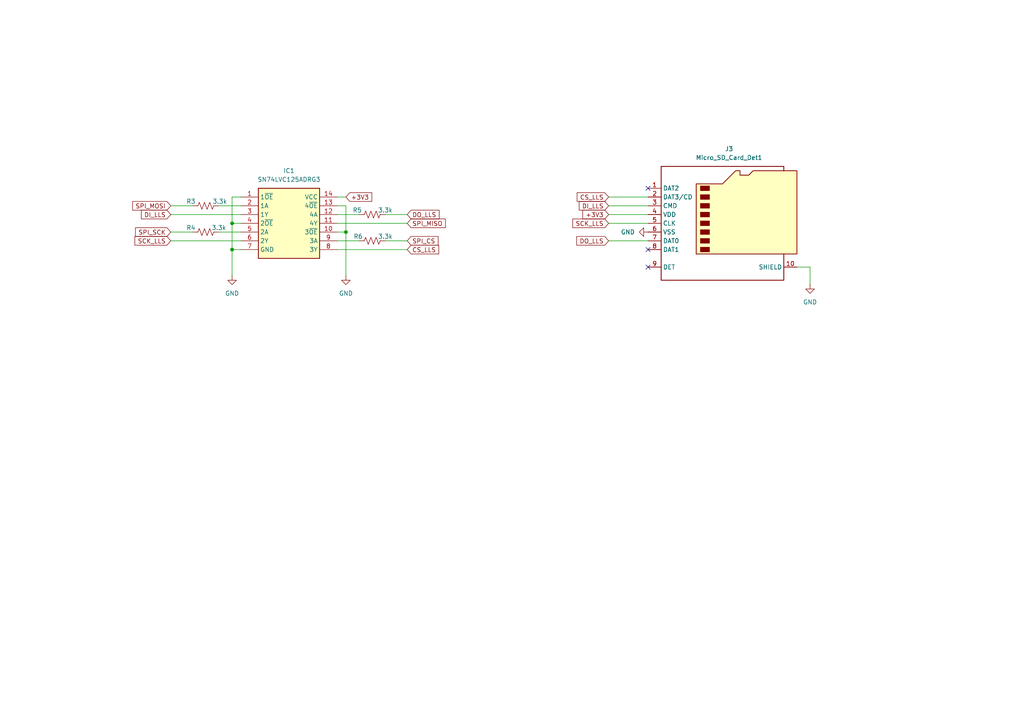
<source format=kicad_sch>
(kicad_sch (version 20231120) (generator "eeschema") (generator_version "8.0")
  (paper "A4")
  (lib_symbols
    (symbol "Connector:Micro_SD_Card_Det1"
      (property "Reference" "J" (at -16.51 17.78 0))
      (property "Value" "Micro_SD_Card_Det1" (at 16.51 17.78 0))
      (symbol "Micro_SD_Card_Det1_0_1"
        (rectangle (start -7.62 -6.985) (end -5.08 -8.255) (stroke (width 0.254)) (fill (type outline)))
        (rectangle (start -7.62 -4.445) (end -5.08 -5.715) (stroke (width 0.254)) (fill (type outline)))
        (rectangle (start -7.62 -1.905) (end -5.08 -3.175) (stroke (width 0.254)) (fill (type outline)))
        (rectangle (start -7.62 0.635) (end -5.08 -0.635) (stroke (width 0.254)) (fill (type outline)))
        (rectangle (start -7.62 3.175) (end -5.08 1.905) (stroke (width 0.254)) (fill (type outline)))
        (rectangle (start -7.62 5.715) (end -5.08 4.445) (stroke (width 0.254)) (fill (type outline)))
        (rectangle (start -7.62 8.255) (end -5.08 6.985) (stroke (width 0.254)) (fill (type outline)))
        (rectangle (start -7.62 10.795) (end -5.08 9.525) (stroke (width 0.254)) (fill (type outline)))
        (polyline (pts (xy 16.51 15.24) (xy 16.51 16.51) (xy -19.05 16.51) (xy -19.05 -16.51) (xy 16.51 -16.51) (xy 16.51 -8.89)) (stroke (width 0.254)))
        (polyline (pts (xy -8.89 -8.89) (xy -8.89 11.43) (xy -1.27 11.43) (xy 2.54 15.24) (xy 3.81 15.24) (xy 3.81 13.97) (xy 6.35 13.97) (xy 7.62 15.24) (xy 20.32 15.24) (xy 20.32 -8.89) (xy -8.89 -8.89)) (stroke (width 0.254)) (fill (type background)))
      )
      (symbol "Micro_SD_Card_Det1_1_1"
        (pin bidirectional line (at -22.86 10.16 0) (length 3.81) (name "DAT2") (number "1"))
        (pin passive line (at 20.32 -12.7 180) (length 3.81) (name "SHIELD") (number "10"))
        (pin bidirectional line (at -22.86 7.62 0) (length 3.81) (name "DAT3/CD") (number "2"))
        (pin input line (at -22.86 5.08 0) (length 3.81) (name "CMD") (number "3"))
        (pin power_in line (at -22.86 2.54 0) (length 3.81) (name "VDD") (number "4"))
        (pin input line (at -22.86 0 0) (length 3.81) (name "CLK") (number "5"))
        (pin power_in line (at -22.86 -2.54 0) (length 3.81) (name "VSS") (number "6"))
        (pin bidirectional line (at -22.86 -5.08 0) (length 3.81) (name "DAT0") (number "7"))
        (pin bidirectional line (at -22.86 -7.62 0) (length 3.81) (name "DAT1") (number "8"))
        (pin passive line (at -22.86 -12.7 0) (length 3.81) (name "DET") (number "9"))
      )
    )
    (symbol "Device:R_US" (pin_numbers hide) (pin_names (offset 0))
      (property "Reference" "R" (at 2.54 0 90))
      (property "Value" "R_US" (at -2.54 0 90))
      (symbol "R_US_0_1"
        (polyline (pts (xy 0 -2.286) (xy 0 -2.54)))
        (polyline (pts (xy 0 2.286) (xy 0 2.54)))
        (polyline (pts (xy 0 -0.762) (xy 1.016 -1.143) (xy 0 -1.524) (xy -1.016 -1.905) (xy 0 -2.286)))
        (polyline (pts (xy 0 0.762) (xy 1.016 0.381) (xy 0 0) (xy -1.016 -0.381) (xy 0 -0.762)))
        (polyline (pts (xy 0 2.286) (xy 1.016 1.905) (xy 0 1.524) (xy -1.016 1.143) (xy 0 0.762)))
      )
      (symbol "R_US_1_1"
        (pin passive line (at 0 3.81 270) (length 1.27) (name "~") (number "1"))
        (pin passive line (at 0 -3.81 90) (length 1.27) (name "~") (number "2"))
      )
    )
    (symbol "LogicLevelConverters:SN74LVC125ADRG3"
      (property "Reference" "IC" (at 24.13 7.62 0))
      (property "Value" "SN74LVC125ADRG3" (at 24.13 5.08 0))
      (symbol "SN74LVC125ADRG3_1_1"
        (rectangle (start 5.08 2.54) (end 22.86 -17.78) (stroke (width 0.254)) (fill (type background)))
        (pin passive line (at 0 0 0) (length 5.08) (name "1~{OE}") (number "1"))
        (pin passive line (at 27.94 -10.16 180) (length 5.08) (name "3~{OE}") (number "10"))
        (pin passive line (at 27.94 -7.62 180) (length 5.08) (name "4Y") (number "11"))
        (pin passive line (at 27.94 -5.08 180) (length 5.08) (name "4A") (number "12"))
        (pin passive line (at 27.94 -2.54 180) (length 5.08) (name "4~{OE}") (number "13"))
        (pin passive line (at 27.94 0 180) (length 5.08) (name "VCC") (number "14"))
        (pin passive line (at 0 -2.54 0) (length 5.08) (name "1A") (number "2"))
        (pin passive line (at 0 -5.08 0) (length 5.08) (name "1Y") (number "3"))
        (pin passive line (at 0 -7.62 0) (length 5.08) (name "2~{OE}") (number "4"))
        (pin passive line (at 0 -10.16 0) (length 5.08) (name "2A") (number "5"))
        (pin passive line (at 0 -12.7 0) (length 5.08) (name "2Y") (number "6"))
        (pin passive line (at 0 -15.24 0) (length 5.08) (name "GND") (number "7"))
        (pin passive line (at 27.94 -15.24 180) (length 5.08) (name "3Y") (number "8"))
        (pin passive line (at 27.94 -12.7 180) (length 5.08) (name "3A") (number "9"))
      )
    )
    (symbol "power:GND" (power) (pin_numbers hide) (pin_names (offset 0) hide)
      (property "Value" "GND" (at 0 -3.81 0))
      (symbol "GND_0_1"
        (polyline (pts (xy 0 0) (xy 0 -1.27) (xy 1.27 -1.27) (xy 0 -2.54) (xy -1.27 -1.27) (xy 0 -1.27)))
      )
      (symbol "GND_1_1"
        (pin power_in line (at 0 0 270) (length 0) (name "~") (number "1"))
      )
    )
  )
  (junction (at 67.31 64.77))
  (junction (at 67.31 72.39))
  (junction (at 100.33 67.31))
  (no_connect (at 187.96 54.61))
  (no_connect (at 187.96 72.39))
  (no_connect (at 187.96 77.47))
  (wire (pts (xy 67.31 72.39) (xy 67.31 80.01)))
  (wire (pts (xy 97.79 67.31) (xy 100.33 67.31)))
  (wire (pts (xy 111.76 69.85) (xy 118.11 69.85)))
  (wire (pts (xy 97.79 64.77) (xy 118.11 64.77)))
  (wire (pts (xy 49.53 67.31) (xy 55.88 67.31)))
  (wire (pts (xy 97.79 59.69) (xy 100.33 59.69)))
  (wire (pts (xy 97.79 57.15) (xy 100.33 57.15)))
  (wire (pts (xy 67.31 72.39) (xy 69.85 72.39)))
  (wire (pts (xy 234.95 82.55) (xy 234.95 77.47)))
  (wire (pts (xy 63.5 67.31) (xy 69.85 67.31)))
  (wire (pts (xy 97.79 62.23) (xy 104.14 62.23)))
  (wire (pts (xy 111.76 62.23) (xy 118.11 62.23)))
  (wire (pts (xy 176.53 64.77) (xy 187.96 64.77)))
  (wire (pts (xy 49.53 62.23) (xy 69.85 62.23)))
  (wire (pts (xy 69.85 57.15) (xy 67.31 57.15)))
  (wire (pts (xy 176.53 57.15) (xy 187.96 57.15)))
  (wire (pts (xy 100.33 59.69) (xy 100.33 67.31)))
  (wire (pts (xy 234.95 77.47) (xy 231.14 77.47)))
  (wire (pts (xy 100.33 67.31) (xy 100.33 80.01)))
  (wire (pts (xy 63.5 59.69) (xy 69.85 59.69)))
  (wire (pts (xy 97.79 69.85) (xy 104.14 69.85)))
  (wire (pts (xy 67.31 64.77) (xy 69.85 64.77)))
  (wire (pts (xy 176.53 59.69) (xy 187.96 59.69)))
  (wire (pts (xy 176.53 62.23) (xy 187.96 62.23)))
  (wire (pts (xy 176.53 69.85) (xy 187.96 69.85)))
  (wire (pts (xy 67.31 57.15) (xy 67.31 64.77)))
  (wire (pts (xy 49.53 69.85) (xy 69.85 69.85)))
  (wire (pts (xy 97.79 72.39) (xy 118.11 72.39)))
  (wire (pts (xy 49.53 59.69) (xy 55.88 59.69)))
  (wire (pts (xy 67.31 64.77) (xy 67.31 72.39)))
  (global_label "DO_LLS" (shape input) (at 176.53 69.85 180) (property "Intersheetrefs" "${INTERSHEET_REFS}" (effects (hide yes))))
  (global_label "SPI_SCK" (shape input) (at 49.53 67.31 180) (property "Intersheetrefs" "${INTERSHEET_REFS}" (effects (hide yes))))
  (global_label "SCK_LLS" (shape input) (at 176.53 64.77 180) (property "Intersheetrefs" "${INTERSHEET_REFS}" (effects (hide yes))))
  (global_label "SPI_MOSI" (shape input) (at 49.53 59.69 180) (property "Intersheetrefs" "${INTERSHEET_REFS}" (effects (hide yes))))
  (global_label "+3V3" (shape input) (at 100.33 57.15 0) (property "Intersheetrefs" "${INTERSHEET_REFS}" (effects (hide yes))))
  (global_label "DO_LLS" (shape input) (at 118.11 62.23 0) (property "Intersheetrefs" "${INTERSHEET_REFS}" (effects (hide yes))))
  (global_label "DI_LLS" (shape input) (at 176.53 59.69 180) (property "Intersheetrefs" "${INTERSHEET_REFS}" (effects (hide yes))))
  (global_label "SPI_MISO" (shape input) (at 118.11 64.77 0) (property "Intersheetrefs" "${INTERSHEET_REFS}" (effects (hide yes))))
  (global_label "SCK_LLS" (shape input) (at 49.53 69.85 180) (property "Intersheetrefs" "${INTERSHEET_REFS}" (effects (hide yes))))
  (global_label "CS_LLS" (shape input) (at 176.53 57.15 180) (property "Intersheetrefs" "${INTERSHEET_REFS}" (effects (hide yes))))
  (global_label "+3V3" (shape input) (at 176.53 62.23 180) (property "Intersheetrefs" "${INTERSHEET_REFS}" (effects (hide yes))))
  (global_label "CS_LLS" (shape input) (at 118.11 72.39 0) (property "Intersheetrefs" "${INTERSHEET_REFS}" (effects (hide yes))))
  (global_label "SPI_CS" (shape input) (at 118.11 69.85 0) (property "Intersheetrefs" "${INTERSHEET_REFS}" (effects (hide yes))))
  (global_label "DI_LLS" (shape input) (at 49.53 62.23 180) (property "Intersheetrefs" "${INTERSHEET_REFS}" (effects (hide yes))))
  (symbol (lib_id "LogicLevelConverters:SN74LVC125ADRG3") (at 69.85 57.15 0) (unit 1)
    (property "Reference" "IC1" (at 83.82 49.53 0))
    (property "Value" "SN74LVC125ADRG3" (at 83.82 52.07 0))
    (property "Footprint" "LogicLevelConverter:SOIC127P600X175-14N" (effects (hide yes)))
    (property "Datasheet" "http://www.ti.com/lit/gpn/sn74lvc125a" (effects (hide yes)))
    (property "Description" "Quadruple Bus Buffer Gate With 3-State Outputs" (effects (hide yes)))
    (property "Height" "1.75" (effects (hide yes)))
    (property "Mouser Part Number" "595-SN74LVC125ADRG3" (effects (hide yes)))
    (property "Mouser Price/Stock" "https://www.mouser.co.uk/ProductDetail/Texas-Instruments/SN74LVC125ADRG3?qs=C44r%252BX3hXgKQ4LoD07RU6w%3D%3D" (effects (hide yes)))
    (property "Manufacturer_Name" "Texas Instruments" (effects (hide yes)))
    (property "Manufacturer_Part_Number" "SN74LVC125ADRG3" (effects (hide yes)))
  )
  (symbol (lib_id "power:GND") (at 234.95 82.55 0) (unit 1)
    (property "Reference" "#PWR08" (effects (hide yes)))
    (property "Value" "GND" (at 234.95 87.63 0))
    (property "Description" "Power symbol creates a global label with name \"GND\" , ground" (effects (hide yes)))
  )
  (symbol (lib_id "power:GND") (at 187.96 67.31 270) (unit 1)
    (property "Reference" "#PWR07" (effects (hide yes)))
    (property "Value" "GND" (at 184.15 67.3099 90) (effects (justify right)))
    (property "Description" "Power symbol creates a global label with name \"GND\" , ground" (effects (hide yes)))
  )
  (symbol (lib_id "Connector:Micro_SD_Card_Det1") (at 210.82 64.77 0) (unit 1)
    (property "Reference" "J3" (at 211.455 43.18 0))
    (property "Value" "Micro_SD_Card_Det1" (at 211.455 45.72 0))
    (property "Footprint" "Connector_Card:microSD_HC_Wuerth_693072010801" (effects (hide yes)))
    (property "Datasheet" "https://datasheet.lcsc.com/lcsc/2110151630_XKB-Connectivity-XKTF-015-N_C381082.pdf" (effects (hide yes)))
    (property "Description" "Micro SD Card Socket with one card detection pin" (effects (hide yes)))
  )
  (symbol (lib_id "Device:R_US") (at 107.95 69.85 90) (unit 1)
    (property "Reference" "R6" (at 103.886 68.58 90))
    (property "Value" "3.3k" (at 111.76 68.58 90))
    (property "Footprint" "Resistor_SMD:R_0402_1005Metric_Pad0.72x0.64mm_HandSolder" (effects (hide yes)))
    (property "Description" "Resistor, US symbol" (effects (hide yes)))
  )
  (symbol (lib_id "power:GND") (at 67.31 80.01 0) (unit 1)
    (property "Reference" "#PWR05" (effects (hide yes)))
    (property "Value" "GND" (at 67.31 85.09 0))
    (property "Description" "Power symbol creates a global label with name \"GND\" , ground" (effects (hide yes)))
  )
  (symbol (lib_id "Device:R_US") (at 107.95 62.23 90) (unit 1)
    (property "Reference" "R5" (at 103.632 60.96 90))
    (property "Value" "3.3k" (at 111.76 60.96 90))
    (property "Footprint" "Resistor_SMD:R_0402_1005Metric_Pad0.72x0.64mm_HandSolder" (effects (hide yes)))
    (property "Description" "Resistor, US symbol" (effects (hide yes)))
  )
  (symbol (lib_id "Device:R_US") (at 59.69 67.31 90) (unit 1)
    (property "Reference" "R4" (at 55.372 66.04 90))
    (property "Value" "3.3k" (at 63.5 66.04 90))
    (property "Footprint" "Resistor_SMD:R_0402_1005Metric_Pad0.72x0.64mm_HandSolder" (effects (hide yes)))
    (property "Description" "Resistor, US symbol" (effects (hide yes)))
  )
  (symbol (lib_id "power:GND") (at 100.33 80.01 0) (unit 1)
    (property "Reference" "#PWR06" (effects (hide yes)))
    (property "Value" "GND" (at 100.33 85.09 0))
    (property "Description" "Power symbol creates a global label with name \"GND\" , ground" (effects (hide yes)))
  )
  (symbol (lib_id "Device:R_US") (at 59.69 59.69 90) (unit 1)
    (property "Reference" "R3" (at 55.372 58.42 90))
    (property "Value" "3.3k" (at 63.754 58.42 90))
    (property "Footprint" "Resistor_SMD:R_0402_1005Metric_Pad0.72x0.64mm_HandSolder" (effects (hide yes)))
    (property "Description" "Resistor, US symbol" (effects (hide yes)))
  )
)
</source>
